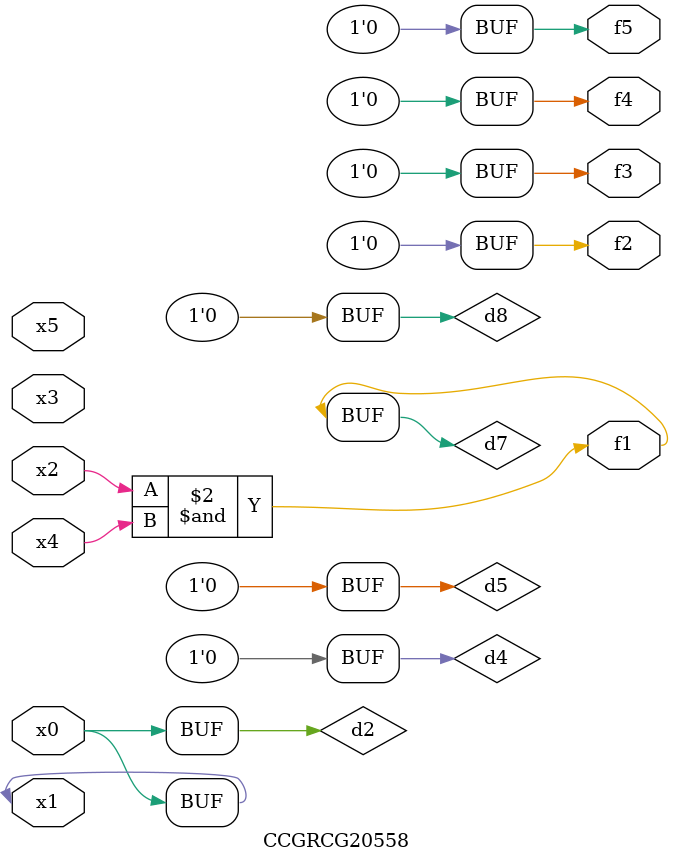
<source format=v>
module CCGRCG20558(
	input x0, x1, x2, x3, x4, x5,
	output f1, f2, f3, f4, f5
);

	wire d1, d2, d3, d4, d5, d6, d7, d8, d9;

	nand (d1, x1);
	buf (d2, x0, x1);
	nand (d3, x2, x4);
	and (d4, d1, d2);
	and (d5, d1, d2);
	nand (d6, d1, d3);
	not (d7, d3);
	xor (d8, d5);
	nor (d9, d5, d6);
	assign f1 = d7;
	assign f2 = d8;
	assign f3 = d8;
	assign f4 = d8;
	assign f5 = d8;
endmodule

</source>
